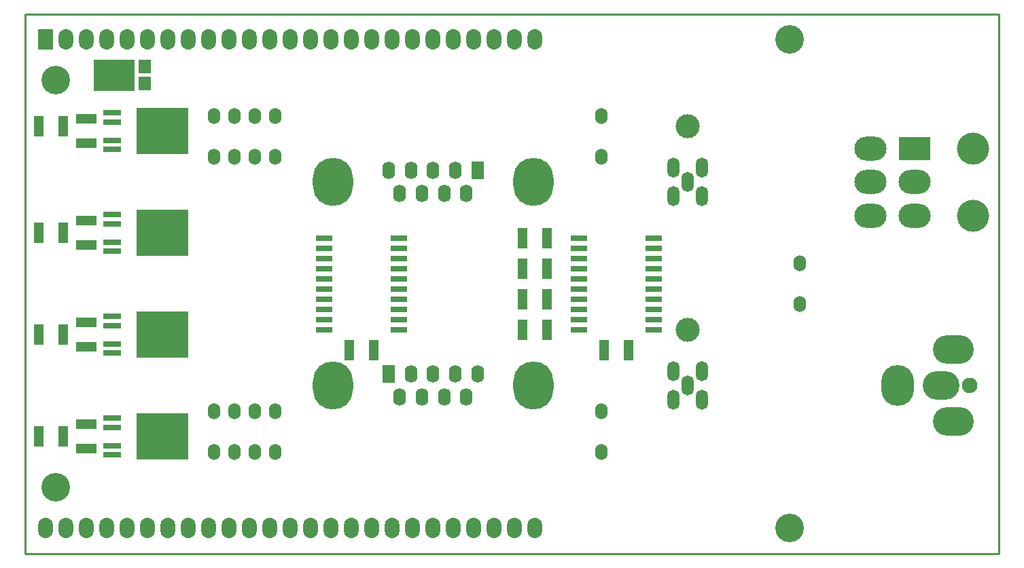
<source format=gbs>
G04 #@! TF.GenerationSoftware,KiCad,Pcbnew,6.0.0-rc1-unknown-d9d0051~66~ubuntu18.04.1*
G04 #@! TF.CreationDate,2018-08-28T13:07:50-04:00*
G04 #@! TF.ProjectId,backlight_controller_5x3,736D6172745F766973696F6E5F636F6E,1.0*
G04 #@! TF.SameCoordinates,Original*
G04 #@! TF.FileFunction,Soldermask,Bot*
G04 #@! TF.FilePolarity,Negative*
%FSLAX46Y46*%
G04 Gerber Fmt 4.6, Leading zero omitted, Abs format (unit mm)*
G04 Created by KiCad (PCBNEW 6.0.0-rc1-unknown-d9d0051~66~ubuntu18.04.1) date Tue Aug 28 13:07:50 2018*
%MOMM*%
%LPD*%
G01*
G04 APERTURE LIST*
%ADD10C,0.228600*%
%ADD11R,1.270000X2.540000*%
%ADD12O,5.080000X3.556000*%
%ADD13O,4.064000X5.080000*%
%ADD14O,4.572000X3.556000*%
%ADD15C,1.930400*%
%ADD16O,4.000000X3.000000*%
%ADD17R,4.000000X3.000000*%
%ADD18C,4.000000*%
%ADD19O,1.854200X2.540000*%
%ADD20C,3.556000*%
%ADD21R,1.854200X2.540000*%
%ADD22R,1.640000X1.800000*%
%ADD23R,5.160000X4.000000*%
%ADD24R,2.540000X1.270000*%
%ADD25R,6.400000X5.800000*%
%ADD26R,2.200000X0.800000*%
%ADD27O,5.000000X6.000000*%
%ADD28O,1.600000X2.200000*%
%ADD29R,1.600000X2.200000*%
%ADD30C,3.000000*%
%ADD31O,1.500000X2.500000*%
%ADD32R,2.140000X0.740000*%
%ADD33O,1.524000X2.032000*%
G04 APERTURE END LIST*
D10*
X191135000Y-71755000D02*
X69850000Y-71755000D01*
X191135000Y-139065000D02*
X191135000Y-71755000D01*
X69850000Y-139065000D02*
X191135000Y-139065000D01*
X69850000Y-71755000D02*
X69850000Y-139065000D01*
D11*
G04 #@! TO.C,R8*
X134874000Y-111125000D03*
X131826000Y-111125000D03*
G04 #@! TD*
D12*
G04 #@! TO.C,P2*
X185496200Y-122605800D03*
X185496200Y-113614200D03*
D13*
X178511200Y-118110000D03*
D14*
X183997600Y-118110000D03*
D15*
X187502800Y-118110000D03*
G04 #@! TD*
D16*
G04 #@! TO.C,P1*
X175160000Y-96910000D03*
X175160000Y-92710000D03*
X175160000Y-88510000D03*
X180660000Y-96910000D03*
X180660000Y-92710000D03*
D17*
X180660000Y-88510000D03*
D18*
X187960000Y-96910000D03*
X187960000Y-88510000D03*
G04 #@! TD*
D19*
G04 #@! TO.C,MDB1*
X133350000Y-74930000D03*
X130810000Y-74930000D03*
X128270000Y-74930000D03*
X125730000Y-74930000D03*
X123190000Y-74930000D03*
X120650000Y-74930000D03*
X118110000Y-74930000D03*
X115570000Y-74930000D03*
X113030000Y-74930000D03*
X133350000Y-135890000D03*
X130810000Y-135890000D03*
X128270000Y-135890000D03*
X125730000Y-135890000D03*
X123190000Y-135890000D03*
X120650000Y-135890000D03*
X118110000Y-135890000D03*
X115570000Y-135890000D03*
X113030000Y-135890000D03*
D20*
X165100000Y-74930000D03*
X165100000Y-135890000D03*
X73660000Y-130810000D03*
X73660000Y-80010000D03*
D19*
X72390000Y-135890000D03*
X74930000Y-135890000D03*
X77470000Y-135890000D03*
X80010000Y-135890000D03*
X82550000Y-135890000D03*
X85090000Y-135890000D03*
X87630000Y-135890000D03*
X90170000Y-135890000D03*
X92710000Y-135890000D03*
X95250000Y-135890000D03*
X97790000Y-135890000D03*
X100330000Y-135890000D03*
X102870000Y-135890000D03*
X105410000Y-135890000D03*
X107950000Y-135890000D03*
X110490000Y-135890000D03*
X110490000Y-74930000D03*
X107950000Y-74930000D03*
X105410000Y-74930000D03*
X102870000Y-74930000D03*
X100330000Y-74930000D03*
X97790000Y-74930000D03*
X95250000Y-74930000D03*
X92710000Y-74930000D03*
X90170000Y-74930000D03*
X87630000Y-74930000D03*
X85090000Y-74930000D03*
X82550000Y-74930000D03*
X80010000Y-74930000D03*
D21*
X72390000Y-74930000D03*
D19*
X77470000Y-74930000D03*
X74930000Y-74930000D03*
G04 #@! TD*
D22*
G04 #@! TO.C,D1*
X84695000Y-78310000D03*
X84695000Y-80440000D03*
D23*
X80895000Y-79375000D03*
G04 #@! TD*
D11*
G04 #@! TO.C,C1*
X113284000Y-113665000D03*
X110236000Y-113665000D03*
G04 #@! TD*
G04 #@! TO.C,C2*
X145034000Y-113665000D03*
X141986000Y-113665000D03*
G04 #@! TD*
D24*
G04 #@! TO.C,C3*
X77470000Y-84836000D03*
X77470000Y-87884000D03*
G04 #@! TD*
G04 #@! TO.C,C4*
X77470000Y-97536000D03*
X77470000Y-100584000D03*
G04 #@! TD*
G04 #@! TO.C,C5*
X77470000Y-110236000D03*
X77470000Y-113284000D03*
G04 #@! TD*
G04 #@! TO.C,C6*
X77470000Y-122936000D03*
X77470000Y-125984000D03*
G04 #@! TD*
D25*
G04 #@! TO.C,HPS1*
X86945000Y-86360000D03*
D26*
X80645000Y-88640000D03*
X80645000Y-87500000D03*
X80645000Y-85220000D03*
X80645000Y-84080000D03*
G04 #@! TD*
D25*
G04 #@! TO.C,HPS2*
X86945000Y-99060000D03*
D26*
X80645000Y-101340000D03*
X80645000Y-100200000D03*
X80645000Y-97920000D03*
X80645000Y-96780000D03*
G04 #@! TD*
D25*
G04 #@! TO.C,HPS3*
X86945000Y-111760000D03*
D26*
X80645000Y-114040000D03*
X80645000Y-112900000D03*
X80645000Y-110620000D03*
X80645000Y-109480000D03*
G04 #@! TD*
D25*
G04 #@! TO.C,HPS4*
X86945000Y-124460000D03*
D26*
X80645000Y-126740000D03*
X80645000Y-125600000D03*
X80645000Y-123320000D03*
X80645000Y-122180000D03*
G04 #@! TD*
D27*
G04 #@! TO.C,J3*
X108155000Y-92710000D03*
X133142000Y-92710000D03*
D28*
X115110000Y-91290000D03*
X117880000Y-91290000D03*
X120650000Y-91290000D03*
X123420000Y-91290000D03*
D29*
X126190000Y-91290000D03*
D28*
X116495000Y-94130000D03*
X119265000Y-94130000D03*
X122035000Y-94130000D03*
X124805000Y-94130000D03*
G04 #@! TD*
D27*
G04 #@! TO.C,J4*
X108155000Y-118110000D03*
X133142000Y-118110000D03*
D29*
X115110000Y-116690000D03*
D28*
X117880000Y-116690000D03*
X120650000Y-116690000D03*
X123420000Y-116690000D03*
X126190000Y-116690000D03*
X116495000Y-119530000D03*
X119265000Y-119530000D03*
X122035000Y-119530000D03*
X124805000Y-119530000D03*
G04 #@! TD*
D30*
G04 #@! TO.C,J1*
X152400000Y-85710000D03*
D31*
X150632200Y-94477800D03*
X154167800Y-94477800D03*
X154167800Y-90942200D03*
X150632200Y-90942200D03*
X152400000Y-92710000D03*
G04 #@! TD*
D30*
G04 #@! TO.C,J2*
X152400000Y-111110000D03*
D31*
X150632200Y-119877800D03*
X154167800Y-119877800D03*
X154167800Y-116342200D03*
X150632200Y-116342200D03*
X152400000Y-118110000D03*
G04 #@! TD*
D11*
G04 #@! TO.C,R1*
X71501000Y-85725000D03*
X74549000Y-85725000D03*
G04 #@! TD*
G04 #@! TO.C,R2*
X71501000Y-99060000D03*
X74549000Y-99060000D03*
G04 #@! TD*
G04 #@! TO.C,R3*
X71501000Y-111760000D03*
X74549000Y-111760000D03*
G04 #@! TD*
G04 #@! TO.C,R4*
X71501000Y-124460000D03*
X74549000Y-124460000D03*
G04 #@! TD*
G04 #@! TO.C,R5*
X134874000Y-99695000D03*
X131826000Y-99695000D03*
G04 #@! TD*
G04 #@! TO.C,R6*
X134874000Y-103505000D03*
X131826000Y-103505000D03*
G04 #@! TD*
G04 #@! TO.C,R7*
X134874000Y-107315000D03*
X131826000Y-107315000D03*
G04 #@! TD*
D32*
G04 #@! TO.C,U1*
X116410000Y-99695000D03*
X116410000Y-100965000D03*
X116410000Y-102235000D03*
X116410000Y-103505000D03*
X116410000Y-104775000D03*
X116410000Y-106045000D03*
X116410000Y-107315000D03*
X116410000Y-108585000D03*
X116410000Y-109855000D03*
X116410000Y-111125000D03*
X107110000Y-111125000D03*
X107110000Y-109855000D03*
X107110000Y-108585000D03*
X107110000Y-107315000D03*
X107110000Y-106045000D03*
X107110000Y-104775000D03*
X107110000Y-103505000D03*
X107110000Y-102235000D03*
X107110000Y-100965000D03*
X107110000Y-99695000D03*
G04 #@! TD*
G04 #@! TO.C,U2*
X148160000Y-99695000D03*
X148160000Y-100965000D03*
X148160000Y-102235000D03*
X148160000Y-103505000D03*
X148160000Y-104775000D03*
X148160000Y-106045000D03*
X148160000Y-107315000D03*
X148160000Y-108585000D03*
X148160000Y-109855000D03*
X148160000Y-111125000D03*
X138860000Y-111125000D03*
X138860000Y-109855000D03*
X138860000Y-108585000D03*
X138860000Y-107315000D03*
X138860000Y-106045000D03*
X138860000Y-104775000D03*
X138860000Y-103505000D03*
X138860000Y-102235000D03*
X138860000Y-100965000D03*
X138860000Y-99695000D03*
G04 #@! TD*
D33*
G04 #@! TO.C,L1*
X166370000Y-102870000D03*
X166370000Y-107950000D03*
G04 #@! TD*
G04 #@! TO.C,L2*
X93345000Y-89535000D03*
X93345000Y-84455000D03*
G04 #@! TD*
G04 #@! TO.C,L3*
X95885000Y-84455000D03*
X95885000Y-89535000D03*
G04 #@! TD*
G04 #@! TO.C,L4*
X98425000Y-89535000D03*
X98425000Y-84455000D03*
G04 #@! TD*
G04 #@! TO.C,L5*
X100965000Y-84455000D03*
X100965000Y-89535000D03*
G04 #@! TD*
G04 #@! TO.C,L6*
X93345000Y-126365000D03*
X93345000Y-121285000D03*
G04 #@! TD*
G04 #@! TO.C,L7*
X95885000Y-126365000D03*
X95885000Y-121285000D03*
G04 #@! TD*
G04 #@! TO.C,L8*
X98425000Y-121285000D03*
X98425000Y-126365000D03*
G04 #@! TD*
G04 #@! TO.C,L9*
X100965000Y-121285000D03*
X100965000Y-126365000D03*
G04 #@! TD*
G04 #@! TO.C,L10*
X141605000Y-84455000D03*
X141605000Y-89535000D03*
G04 #@! TD*
G04 #@! TO.C,L11*
X141605000Y-126365000D03*
X141605000Y-121285000D03*
G04 #@! TD*
M02*

</source>
